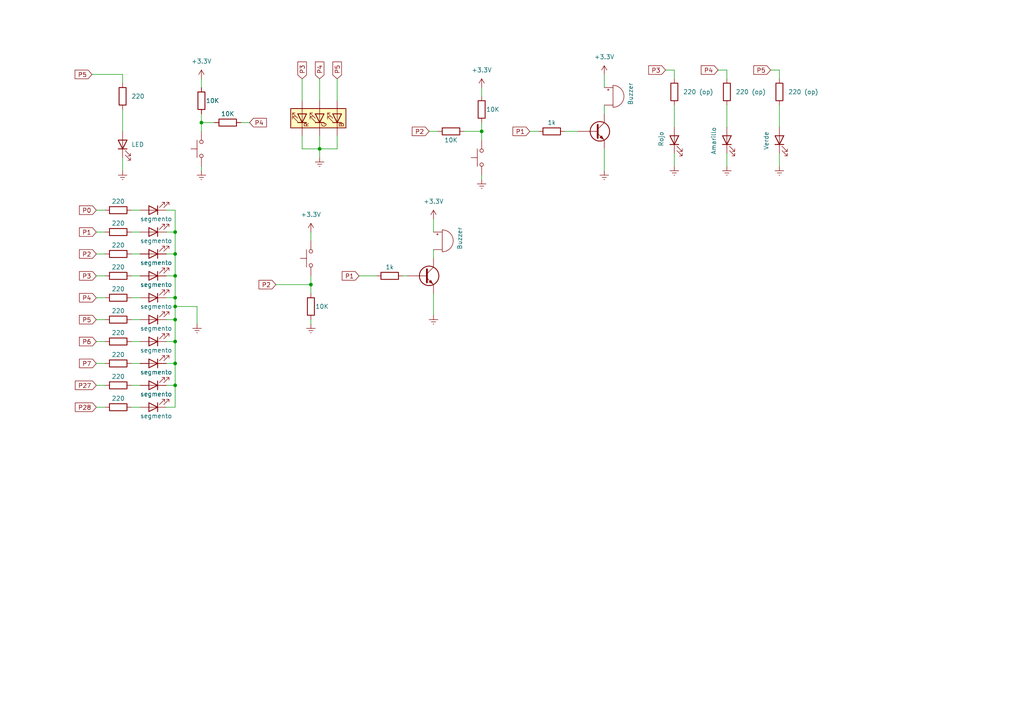
<source format=kicad_sch>
(kicad_sch (version 20211123) (generator eeschema)
  (paper "A4")
  (lib_symbols
    (symbol "Buzzer_1" (pin_numbers hide) (pin_names (offset 0.0254) hide)
      (property "Reference" "BZ" (at 3.81 1.27 0))
      (property "Value" "Buzzer_1" (at 3.81 -1.27 0))
      (symbol "Buzzer_1_0_1"
        (arc (start 0 -3.175) (mid 3.175 0) (end 0 3.175))
        (polyline (pts (xy -1.651 1.905) (xy -1.143 1.905)))
        (polyline (pts (xy -1.397 2.159) (xy -1.397 1.651)))
        (polyline (pts (xy 0 3.175) (xy 0 -3.175)))
      )
      (symbol "Buzzer_1_1_1"
        (pin passive line (at -2.54 2.54 0) (length 2.54) (name "-") (number "1"))
        (pin passive line (at -2.54 -2.54 0) (length 2.54) (name "+") (number "2"))
      )
    )
    (symbol "Device:LED" (pin_numbers hide) (pin_names (offset 1.016) hide)
      (property "Reference" "D" (at 0 2.54 0))
      (property "Value" "LED" (at 0 -2.54 0))
      (symbol "LED_0_1"
        (polyline (pts (xy -1.27 -1.27) (xy -1.27 1.27)) (stroke (width 0.254)))
        (polyline (pts (xy -1.27 0) (xy 1.27 0)))
        (polyline (pts (xy 1.27 -1.27) (xy 1.27 1.27) (xy -1.27 0) (xy 1.27 -1.27)) (stroke (width 0.254)))
        (polyline (pts (xy -3.048 -0.762) (xy -4.572 -2.286) (xy -3.81 -2.286) (xy -4.572 -2.286) (xy -4.572 -1.524)))
        (polyline (pts (xy -1.778 -0.762) (xy -3.302 -2.286) (xy -2.54 -2.286) (xy -3.302 -2.286) (xy -3.302 -1.524)))
      )
      (symbol "LED_1_1"
        (pin passive line (at -3.81 0 0) (length 2.54) (name "K") (number "1"))
        (pin passive line (at 3.81 0 180) (length 2.54) (name "A") (number "2"))
      )
    )
    (symbol "Device:LED_RGB" (pin_numbers hide) (pin_names (offset 0) hide)
      (property "Reference" "D" (at 0 9.398 0))
      (property "Value" "LED_RGB" (at 0 -8.89 0))
      (symbol "LED_RGB_0_0"
        (text "B" (at -1.905 -6.35 0) (effects (font (size 1.27 1.27))))
        (text "G" (at -1.905 -1.27 0) (effects (font (size 1.27 1.27))))
        (text "R" (at -1.905 3.81 0) (effects (font (size 1.27 1.27))))
      )
      (symbol "LED_RGB_0_1"
        (polyline (pts (xy -1.27 -5.08) (xy -2.54 -5.08)))
        (polyline (pts (xy -1.27 -5.08) (xy 1.27 -5.08)))
        (polyline (pts (xy -1.27 -3.81) (xy -1.27 -6.35)) (stroke (width 0.254)))
        (polyline (pts (xy -1.27 0) (xy -2.54 0)))
        (polyline (pts (xy -1.27 1.27) (xy -1.27 -1.27)) (stroke (width 0.254)))
        (polyline (pts (xy -1.27 5.08) (xy -2.54 5.08)))
        (polyline (pts (xy -1.27 5.08) (xy 1.27 5.08)))
        (polyline (pts (xy -1.27 6.35) (xy -1.27 3.81)) (stroke (width 0.254)))
        (polyline (pts (xy 1.27 -5.08) (xy 2.54 -5.08)))
        (polyline (pts (xy 1.27 0) (xy -1.27 0)))
        (polyline (pts (xy 1.27 0) (xy 2.54 0)))
        (polyline (pts (xy 1.27 5.08) (xy 2.54 5.08)))
        (polyline (pts (xy -1.27 1.27) (xy -1.27 -1.27) (xy -1.27 -1.27)))
        (polyline (pts (xy -1.27 6.35) (xy -1.27 3.81) (xy -1.27 3.81)))
        (polyline (pts (xy 1.27 -3.81) (xy 1.27 -6.35) (xy -1.27 -5.08) (xy 1.27 -3.81)) (stroke (width 0.254)))
        (polyline (pts (xy 1.27 1.27) (xy 1.27 -1.27) (xy -1.27 0) (xy 1.27 1.27)) (stroke (width 0.254)))
        (polyline (pts (xy 1.27 6.35) (xy 1.27 3.81) (xy -1.27 5.08) (xy 1.27 6.35)) (stroke (width 0.254)))
        (polyline (pts (xy -1.016 -3.81) (xy 0.508 -2.286) (xy -0.254 -2.286) (xy 0.508 -2.286) (xy 0.508 -3.048)))
        (polyline (pts (xy -1.016 1.27) (xy 0.508 2.794) (xy -0.254 2.794) (xy 0.508 2.794) (xy 0.508 2.032)))
        (polyline (pts (xy -1.016 6.35) (xy 0.508 7.874) (xy -0.254 7.874) (xy 0.508 7.874) (xy 0.508 7.112)))
        (polyline (pts (xy 0 -3.81) (xy 1.524 -2.286) (xy 0.762 -2.286) (xy 1.524 -2.286) (xy 1.524 -3.048)))
        (polyline (pts (xy 0 1.27) (xy 1.524 2.794) (xy 0.762 2.794) (xy 1.524 2.794) (xy 1.524 2.032)))
        (polyline (pts (xy 0 6.35) (xy 1.524 7.874) (xy 0.762 7.874) (xy 1.524 7.874) (xy 1.524 7.112)))
        (rectangle (start 1.27 -1.27) (end 1.27 1.27))
        (rectangle (start 1.27 1.27) (end 1.27 1.27))
        (rectangle (start 1.27 3.81) (end 1.27 6.35))
        (rectangle (start 1.27 6.35) (end 1.27 6.35))
        (rectangle (start 2.794 8.382) (end -2.794 -7.62) (stroke (width 0.254)) (fill (type background)))
      )
      (symbol "LED_RGB_1_1"
        (pin passive line (at -5.08 5.08 0) (length 2.54) (name "RK") (number "1"))
        (pin passive line (at -5.08 0 0) (length 2.54) (name "GK") (number "2"))
        (pin passive line (at -5.08 -5.08 0) (length 2.54) (name "BK") (number "3"))
        (pin passive line (at 5.08 -5.08 180) (length 2.54) (name "BA") (number "4"))
        (pin passive line (at 5.08 0 180) (length 2.54) (name "GA") (number "5"))
        (pin passive line (at 5.08 5.08 180) (length 2.54) (name "RA") (number "6"))
      )
    )
    (symbol "Device:Q_NPN_BCE" (pin_numbers hide) (pin_names (offset 0) hide)
      (property "Reference" "Q" (at 5.08 1.27 0))
      (property "Value" "Q_NPN_BCE" (at 5.08 -1.27 0))
      (symbol "Q_NPN_BCE_0_1"
        (polyline (pts (xy 0.635 0.635) (xy 2.54 2.54)))
        (polyline (pts (xy 0.635 -0.635) (xy 2.54 -2.54) (xy 2.54 -2.54)))
        (polyline (pts (xy 0.635 1.905) (xy 0.635 -1.905) (xy 0.635 -1.905)) (stroke (width 0.508)))
        (polyline (pts (xy 1.27 -1.778) (xy 1.778 -1.27) (xy 2.286 -2.286) (xy 1.27 -1.778) (xy 1.27 -1.778)) (fill (type outline)))
        (circle (center 1.27 0) (radius 2.8194) (stroke (width 0.254)))
      )
      (symbol "Q_NPN_BCE_1_1"
        (pin input line (at -5.08 0 0) (length 5.715) (name "B") (number "1"))
        (pin passive line (at 2.54 5.08 270) (length 2.54) (name "C") (number "2"))
        (pin passive line (at 2.54 -5.08 90) (length 2.54) (name "E") (number "3"))
      )
    )
    (symbol "Device:R" (pin_numbers hide) (pin_names (offset 0))
      (property "Reference" "R" (at 2.032 0 90))
      (property "Value" "R" (at 0 0 90))
      (symbol "R_0_1"
        (rectangle (start -1.016 -2.54) (end 1.016 2.54) (stroke (width 0.254)))
      )
      (symbol "R_1_1"
        (pin passive line (at 0 3.81 270) (length 1.27) (name "~") (number "1"))
        (pin passive line (at 0 -3.81 90) (length 1.27) (name "~") (number "2"))
      )
    )
    (symbol "Switch:SW_Push" (pin_numbers hide) (pin_names (offset 1.016) hide)
      (property "Reference" "SW" (at 1.27 2.54 0))
      (property "Value" "SW_Push" (at 0 -1.524 0))
      (symbol "SW_Push_0_1"
        (circle (center -2.032 0) (radius 0.508))
        (polyline (pts (xy 0 1.27) (xy 0 3.048)))
        (polyline (pts (xy 2.54 1.27) (xy -2.54 1.27)))
        (circle (center 2.032 0) (radius 0.508))
        (pin passive line (at -5.08 0 0) (length 2.54) (name "1") (number "1"))
        (pin passive line (at 5.08 0 180) (length 2.54) (name "2") (number "2"))
      )
    )
    (symbol "power:+3.3V" (power) (pin_names (offset 0))
      (property "Value" "+3.3V" (at 0 3.556 0))
      (symbol "+3.3V_0_1"
        (polyline (pts (xy -0.762 1.27) (xy 0 2.54)))
        (polyline (pts (xy 0 0) (xy 0 2.54)))
        (polyline (pts (xy 0 2.54) (xy 0.762 1.27)))
      )
      (symbol "+3.3V_1_1"
        (pin power_in line (at 0 0 90) (length 0) hide (name "+3.3V") (number "1"))
      )
    )
    (symbol "power:Earth" (power) (pin_names (offset 0))
      (symbol "Earth_0_1"
        (polyline (pts (xy -0.635 -1.905) (xy 0.635 -1.905)))
        (polyline (pts (xy -0.127 -2.54) (xy 0.127 -2.54)))
        (polyline (pts (xy 0 -1.27) (xy 0 0)))
        (polyline (pts (xy 1.27 -1.27) (xy -1.27 -1.27)))
      )
      (symbol "Earth_1_1"
        (pin power_in line (at 0 0 270) (length 0) hide (name "Earth") (number "1"))
      )
    )
  )
  (junction (at 50.8 80.01))
  (junction (at 50.8 88.9))
  (junction (at 92.71 43.18))
  (junction (at 50.8 67.31))
  (junction (at 90.17 82.55))
  (junction (at 139.7 38.1))
  (junction (at 50.8 73.66))
  (junction (at 58.42 35.56))
  (junction (at 50.8 92.71))
  (junction (at 50.8 111.76))
  (junction (at 50.8 86.36))
  (junction (at 50.8 99.06))
  (junction (at 50.8 105.41))
  (wire (pts (xy 38.1 118.11) (xy 40.64 118.11)))
  (wire (pts (xy 38.1 60.96) (xy 40.64 60.96)))
  (wire (pts (xy 35.56 31.75) (xy 35.56 38.1)))
  (wire (pts (xy 92.71 43.18) (xy 92.71 45.72)))
  (wire (pts (xy 38.1 99.06) (xy 40.64 99.06)))
  (wire (pts (xy 57.15 88.9) (xy 50.8 88.9)))
  (wire (pts (xy 27.94 73.66) (xy 30.48 73.66)))
  (wire (pts (xy 139.7 35.56) (xy 139.7 38.1)))
  (wire (pts (xy 38.1 80.01) (xy 40.64 80.01)))
  (wire (pts (xy 58.42 35.56) (xy 62.23 35.56)))
  (wire (pts (xy 26.67 21.59) (xy 35.56 21.59)))
  (wire (pts (xy 48.26 118.11) (xy 50.8 118.11)))
  (wire (pts (xy 80.01 82.55) (xy 90.17 82.55)))
  (wire (pts (xy 87.63 39.37) (xy 87.63 43.18)))
  (wire (pts (xy 48.26 111.76) (xy 50.8 111.76)))
  (wire (pts (xy 38.1 105.41) (xy 40.64 105.41)))
  (wire (pts (xy 27.94 105.41) (xy 30.48 105.41)))
  (wire (pts (xy 69.85 35.56) (xy 72.39 35.56)))
  (wire (pts (xy 195.58 30.48) (xy 195.58 36.83)))
  (wire (pts (xy 223.52 20.32) (xy 226.06 20.32)))
  (wire (pts (xy 90.17 82.55) (xy 90.17 85.09)))
  (wire (pts (xy 50.8 111.76) (xy 50.8 118.11)))
  (wire (pts (xy 90.17 80.01) (xy 90.17 82.55)))
  (wire (pts (xy 38.1 73.66) (xy 40.64 73.66)))
  (wire (pts (xy 175.26 30.48) (xy 175.26 33.02)))
  (wire (pts (xy 125.73 85.09) (xy 125.73 91.44)))
  (wire (pts (xy 97.79 43.18) (xy 92.71 43.18)))
  (wire (pts (xy 48.26 80.01) (xy 50.8 80.01)))
  (wire (pts (xy 210.82 20.32) (xy 210.82 22.86)))
  (wire (pts (xy 27.94 67.31) (xy 30.48 67.31)))
  (wire (pts (xy 139.7 25.4) (xy 139.7 27.94)))
  (wire (pts (xy 226.06 44.45) (xy 226.06 48.26)))
  (wire (pts (xy 48.26 105.41) (xy 50.8 105.41)))
  (wire (pts (xy 87.63 22.86) (xy 87.63 29.21)))
  (wire (pts (xy 90.17 67.31) (xy 90.17 69.85)))
  (wire (pts (xy 50.8 67.31) (xy 50.8 73.66)))
  (wire (pts (xy 153.67 38.1) (xy 156.21 38.1)))
  (wire (pts (xy 104.14 80.01) (xy 109.22 80.01)))
  (wire (pts (xy 193.04 20.32) (xy 195.58 20.32)))
  (wire (pts (xy 48.26 99.06) (xy 50.8 99.06)))
  (wire (pts (xy 48.26 60.96) (xy 50.8 60.96)))
  (wire (pts (xy 48.26 73.66) (xy 50.8 73.66)))
  (wire (pts (xy 58.42 33.02) (xy 58.42 35.56)))
  (wire (pts (xy 226.06 20.32) (xy 226.06 22.86)))
  (wire (pts (xy 48.26 86.36) (xy 50.8 86.36)))
  (wire (pts (xy 50.8 99.06) (xy 50.8 105.41)))
  (wire (pts (xy 35.56 21.59) (xy 35.56 24.13)))
  (wire (pts (xy 127 38.1) (xy 124.46 38.1)))
  (wire (pts (xy 195.58 44.45) (xy 195.58 48.26)))
  (wire (pts (xy 175.26 43.18) (xy 175.26 49.53)))
  (wire (pts (xy 38.1 86.36) (xy 40.64 86.36)))
  (wire (pts (xy 27.94 118.11) (xy 30.48 118.11)))
  (wire (pts (xy 38.1 67.31) (xy 40.64 67.31)))
  (wire (pts (xy 210.82 30.48) (xy 210.82 36.83)))
  (wire (pts (xy 97.79 22.86) (xy 97.79 29.21)))
  (wire (pts (xy 50.8 80.01) (xy 50.8 86.36)))
  (wire (pts (xy 35.56 45.72) (xy 35.56 49.53)))
  (wire (pts (xy 175.26 21.59) (xy 175.26 25.4)))
  (wire (pts (xy 27.94 99.06) (xy 30.48 99.06)))
  (wire (pts (xy 27.94 60.96) (xy 30.48 60.96)))
  (wire (pts (xy 139.7 50.8) (xy 139.7 52.07)))
  (wire (pts (xy 57.15 93.98) (xy 57.15 88.9)))
  (wire (pts (xy 27.94 111.76) (xy 30.48 111.76)))
  (wire (pts (xy 27.94 92.71) (xy 30.48 92.71)))
  (wire (pts (xy 58.42 48.26) (xy 58.42 49.53)))
  (wire (pts (xy 50.8 88.9) (xy 50.8 92.71)))
  (wire (pts (xy 163.83 38.1) (xy 167.64 38.1)))
  (wire (pts (xy 139.7 38.1) (xy 139.7 40.64)))
  (wire (pts (xy 50.8 73.66) (xy 50.8 80.01)))
  (wire (pts (xy 50.8 92.71) (xy 50.8 99.06)))
  (wire (pts (xy 92.71 39.37) (xy 92.71 43.18)))
  (wire (pts (xy 50.8 60.96) (xy 50.8 67.31)))
  (wire (pts (xy 92.71 22.86) (xy 92.71 29.21)))
  (wire (pts (xy 208.28 20.32) (xy 210.82 20.32)))
  (wire (pts (xy 90.17 92.71) (xy 90.17 93.98)))
  (wire (pts (xy 50.8 86.36) (xy 50.8 88.9)))
  (wire (pts (xy 38.1 111.76) (xy 40.64 111.76)))
  (wire (pts (xy 97.79 39.37) (xy 97.79 43.18)))
  (wire (pts (xy 27.94 86.36) (xy 30.48 86.36)))
  (wire (pts (xy 125.73 63.5) (xy 125.73 67.31)))
  (wire (pts (xy 116.84 80.01) (xy 118.11 80.01)))
  (wire (pts (xy 87.63 43.18) (xy 92.71 43.18)))
  (wire (pts (xy 195.58 20.32) (xy 195.58 22.86)))
  (wire (pts (xy 58.42 35.56) (xy 58.42 38.1)))
  (wire (pts (xy 210.82 44.45) (xy 210.82 48.26)))
  (wire (pts (xy 125.73 72.39) (xy 125.73 74.93)))
  (wire (pts (xy 58.42 22.86) (xy 58.42 25.4)))
  (wire (pts (xy 27.94 80.01) (xy 30.48 80.01)))
  (wire (pts (xy 48.26 92.71) (xy 50.8 92.71)))
  (wire (pts (xy 50.8 105.41) (xy 50.8 111.76)))
  (wire (pts (xy 38.1 92.71) (xy 40.64 92.71)))
  (wire (pts (xy 48.26 67.31) (xy 50.8 67.31)))
  (wire (pts (xy 226.06 30.48) (xy 226.06 36.83)))
  (wire (pts (xy 134.62 38.1) (xy 139.7 38.1)))
  (global_label "P3" (shape input) (at 87.63 22.86 90) (property "Referencias entre hojas" "${INTERSHEET_REFS}" (effects hide)))
  (global_label "P4" (shape input) (at 92.71 22.86 90) (property "Referencias entre hojas" "${INTERSHEET_REFS}" (effects hide)))
  (global_label "P4" (shape input) (at 27.94 86.36 180) (property "Referencias entre hojas" "${INTERSHEET_REFS}" (effects hide)))
  (global_label "P7" (shape input) (at 27.94 105.41 180) (property "Referencias entre hojas" "${INTERSHEET_REFS}" (effects hide)))
  (global_label "P3" (shape input) (at 193.04 20.32 180) (property "Referencias entre hojas" "${INTERSHEET_REFS}" (effects hide)))
  (global_label "P2" (shape input) (at 124.46 38.1 180) (property "Referencias entre hojas" "${INTERSHEET_REFS}" (effects hide)))
  (global_label "P28" (shape input) (at 27.94 118.11 180) (property "Referencias entre hojas" "${INTERSHEET_REFS}" (effects hide)))
  (global_label "P5" (shape input) (at 26.67 21.59 180) (property "Referencias entre hojas" "${INTERSHEET_REFS}" (effects hide)))
  (global_label "P1" (shape input) (at 104.14 80.01 180) (property "Referencias entre hojas" "${INTERSHEET_REFS}" (effects hide)))
  (global_label "P1" (shape input) (at 27.94 67.31 180) (property "Referencias entre hojas" "${INTERSHEET_REFS}" (effects hide)))
  (global_label "P0" (shape input) (at 27.94 60.96 180) (property "Referencias entre hojas" "${INTERSHEET_REFS}" (effects hide)))
  (global_label "P27" (shape input) (at 27.94 111.76 180) (property "Referencias entre hojas" "${INTERSHEET_REFS}" (effects hide)))
  (global_label "P1" (shape input) (at 153.67 38.1 180) (property "Referencias entre hojas" "${INTERSHEET_REFS}" (effects hide)))
  (global_label "P4" (shape input) (at 208.28 20.32 180) (property "Referencias entre hojas" "${INTERSHEET_REFS}" (effects hide)))
  (global_label "P4" (shape input) (at 72.39 35.56 0) (property "Referencias entre hojas" "${INTERSHEET_REFS}" (effects hide)))
  (global_label "P5" (shape input) (at 97.79 22.86 90) (property "Referencias entre hojas" "${INTERSHEET_REFS}" (effects hide)))
  (global_label "P5" (shape input) (at 223.52 20.32 180) (property "Referencias entre hojas" "${INTERSHEET_REFS}" (effects hide)))
  (global_label "P6" (shape input) (at 27.94 99.06 180) (property "Referencias entre hojas" "${INTERSHEET_REFS}" (effects hide)))
  (global_label "P5" (shape input) (at 27.94 92.71 180) (property "Referencias entre hojas" "${INTERSHEET_REFS}" (effects hide)))
  (global_label "P2" (shape input) (at 80.01 82.55 180) (property "Referencias entre hojas" "${INTERSHEET_REFS}" (effects hide)))
  (global_label "P3" (shape input) (at 27.94 80.01 180) (property "Referencias entre hojas" "${INTERSHEET_REFS}" (effects hide)))
  (global_label "P2" (shape input) (at 27.94 73.66 180) (property "Referencias entre hojas" "${INTERSHEET_REFS}" (effects hide)))
  (symbol (lib_id "Device:LED") (at 44.45 105.41 180) (unit 1)
    (property "Reference" "D?" (effects hide))
    (property "Value" "segmento" (at 40.64 114.3 0) (effects (justify right)))
  )
  (symbol (lib_id "power:Earth") (at 92.71 45.72 0) (unit 1)
    (property "Reference" "#PWR?" (effects hide))
    (property "Value" "Earth" (effects hide))
  )
  (symbol (lib_id "Device:LED") (at 44.45 86.36 180) (unit 1)
    (property "Reference" "D?" (effects hide))
    (property "Value" "segmento" (at 40.64 88.9 0) (effects (justify right)))
  )
  (symbol (lib_id "Device:R") (at 34.29 92.71 90) (unit 1)
    (property "Reference" "R?" (effects hide))
    (property "Value" "220" (at 34.29 90.17 90))
  )
  (symbol (lib_id "power:Earth") (at 226.06 48.26 0) (unit 1)
    (property "Reference" "#PWR?" (effects hide))
    (property "Value" "Earth" (effects hide))
  )
  (symbol (lib_id "Switch:SW_Push") (at 139.7 45.72 90) (unit 1)
    (property "Reference" "SW?" (effects hide))
    (property "Value" "SW_Push" (effects hide))
  )
  (symbol (lib_id "Device:R") (at 35.56 27.94 0) (unit 1)
    (property "Reference" "R?" (effects hide))
    (property "Value" "220" (at 38.1 27.9399 0) (effects (justify left)))
  )
  (symbol (lib_id "power:+3.3V") (at 139.7 25.4 0) (unit 1)
    (property "Reference" "#PWR?" (effects hide))
    (property "Value" "+3.3V" (at 139.7 20.32 0))
  )
  (symbol (lib_id "power:Earth") (at 35.56 49.53 0) (unit 1)
    (property "Reference" "#PWR?" (effects hide))
    (property "Value" "Earth" (effects hide))
  )
  (symbol (lib_id "Switch:SW_Push") (at 58.42 43.18 90) (unit 1)
    (property "Reference" "SW?" (effects hide))
    (property "Value" "SW_Push" (effects hide))
  )
  (symbol (lib_id "Device:LED") (at 44.45 73.66 180) (unit 1)
    (property "Reference" "D?" (effects hide))
    (property "Value" "segmento" (at 40.64 82.55 0) (effects (justify right)))
  )
  (symbol (lib_id "Device:LED") (at 210.82 40.64 90) (unit 1)
    (property "Reference" "D?" (effects hide))
    (property "Value" "Amarillo" (at 207.01 36.83 0) (effects (justify right)))
  )
  (symbol (lib_id "power:Earth") (at 125.73 91.44 0) (unit 1)
    (property "Reference" "#PWR?" (effects hide))
    (property "Value" "Earth" (effects hide))
  )
  (symbol (lib_id "Device:R") (at 34.29 73.66 90) (unit 1)
    (property "Reference" "R?" (effects hide))
    (property "Value" "220" (at 34.29 71.12 90))
  )
  (symbol (lib_id "Device:LED") (at 44.45 80.01 180) (unit 1)
    (property "Reference" "D?" (effects hide))
    (property "Value" "segmento" (at 40.64 76.2 0) (effects (justify right)))
  )
  (symbol (lib_id "Device:R") (at 34.29 99.06 90) (unit 1)
    (property "Reference" "R?" (effects hide))
    (property "Value" "220" (at 34.29 96.52 90))
  )
  (symbol (lib_id "power:Earth") (at 195.58 48.26 0) (unit 1)
    (property "Reference" "#PWR?" (effects hide))
    (property "Value" "Earth" (effects hide))
  )
  (symbol (lib_id "Device:R") (at 226.06 26.67 0) (unit 1)
    (property "Reference" "R?" (effects hide))
    (property "Value" "220 (op)" (at 228.6 26.6699 0) (effects (justify left)))
  )
  (symbol (lib_name "Buzzer_1") (lib_id "Device:Buzzer") (at 128.27 69.85 0) (unit 1)
    (property "Reference" "BZ?" (effects hide))
    (property "Value" "Buzzer" (at 133.35 72.39 90) (effects (justify left)))
  )
  (symbol (lib_id "Device:LED") (at 44.45 60.96 180) (unit 1)
    (property "Reference" "D?" (effects hide))
    (property "Value" "segmento" (at 40.64 63.5 0) (effects (justify right)))
  )
  (symbol (lib_id "power:+3.3V") (at 125.73 63.5 0) (unit 1)
    (property "Reference" "#PWR?" (effects hide))
    (property "Value" "+3.3V" (at 125.73 58.42 0))
  )
  (symbol (lib_id "power:Earth") (at 210.82 48.26 0) (unit 1)
    (property "Reference" "#PWR?" (effects hide))
    (property "Value" "Earth" (effects hide))
  )
  (symbol (lib_id "Device:R") (at 139.7 31.75 0) (unit 1)
    (property "Reference" "R?" (effects hide))
    (property "Value" "10K" (at 140.97 31.75 0) (effects (justify left)))
  )
  (symbol (lib_id "Device:R") (at 90.17 88.9 0) (unit 1)
    (property "Reference" "R?" (effects hide))
    (property "Value" "10K" (at 91.44 88.9 0) (effects (justify left)))
  )
  (symbol (lib_id "Device:R") (at 34.29 80.01 90) (unit 1)
    (property "Reference" "R?" (effects hide))
    (property "Value" "220" (at 34.29 77.47 90))
  )
  (symbol (lib_id "Device:LED") (at 226.06 40.64 90) (unit 1)
    (property "Reference" "D?" (effects hide))
    (property "Value" "Verde" (at 222.25 38.1 0) (effects (justify right)))
  )
  (symbol (lib_id "power:Earth") (at 175.26 49.53 0) (unit 1)
    (property "Reference" "#PWR?" (effects hide))
    (property "Value" "Earth" (effects hide))
  )
  (symbol (lib_id "Device:R") (at 34.29 67.31 90) (unit 1)
    (property "Reference" "R?" (effects hide))
    (property "Value" "220" (at 34.29 64.77 90))
  )
  (symbol (lib_id "Device:R") (at 34.29 105.41 90) (unit 1)
    (property "Reference" "R?" (effects hide))
    (property "Value" "220" (at 34.29 102.87 90))
  )
  (symbol (lib_id "Device:LED") (at 195.58 40.64 90) (unit 1)
    (property "Reference" "D?" (effects hide))
    (property "Value" "Rojo" (at 191.77 38.1 0) (effects (justify right)))
  )
  (symbol (lib_id "Device:R") (at 58.42 29.21 0) (unit 1)
    (property "Reference" "R?" (effects hide))
    (property "Value" "10K" (at 59.69 29.21 0) (effects (justify left)))
  )
  (symbol (lib_id "Device:R") (at 34.29 86.36 90) (unit 1)
    (property "Reference" "R?" (effects hide))
    (property "Value" "220" (at 34.29 83.82 90))
  )
  (symbol (lib_id "Device:R") (at 34.29 111.76 90) (unit 1)
    (property "Reference" "R?" (effects hide))
    (property "Value" "220" (at 34.29 109.22 90))
  )
  (symbol (lib_id "Device:R") (at 195.58 26.67 0) (unit 1)
    (property "Reference" "R?" (effects hide))
    (property "Value" "220 (op)" (at 198.12 26.6699 0) (effects (justify left)))
  )
  (symbol (lib_id "power:+3.3V") (at 90.17 67.31 0) (unit 1)
    (property "Reference" "#PWR?" (effects hide))
    (property "Value" "+3.3V" (at 90.17 62.23 0))
  )
  (symbol (lib_id "Switch:SW_Push") (at 90.17 74.93 90) (unit 1)
    (property "Reference" "SW?" (effects hide))
    (property "Value" "SW_Push" (effects hide))
  )
  (symbol (lib_id "Device:LED_RGB") (at 92.71 34.29 90) (unit 1)
    (property "Reference" "D?" (effects hide))
    (property "Value" "LED_RGB" (effects hide))
  )
  (symbol (lib_id "Device:LED") (at 44.45 92.71 180) (unit 1)
    (property "Reference" "D?" (effects hide))
    (property "Value" "segmento" (at 40.64 95.25 0) (effects (justify right)))
  )
  (symbol (lib_id "Device:LED") (at 44.45 111.76 180) (unit 1)
    (property "Reference" "D?" (effects hide))
    (property "Value" "segmento" (at 40.64 107.95 0) (effects (justify right)))
  )
  (symbol (lib_id "Device:LED") (at 44.45 99.06 180) (unit 1)
    (property "Reference" "D?" (effects hide))
    (property "Value" "segmento" (at 40.64 101.6 0) (effects (justify right)))
  )
  (symbol (lib_id "power:Earth") (at 57.15 93.98 0) (unit 1)
    (property "Reference" "#PWR?" (effects hide))
    (property "Value" "Earth" (effects hide))
  )
  (symbol (lib_id "power:+3.3V") (at 58.42 22.86 0) (unit 1)
    (property "Reference" "#PWR?" (effects hide))
    (property "Value" "+3.3V" (at 58.42 17.78 0))
  )
  (symbol (lib_id "Device:R") (at 34.29 60.96 90) (unit 1)
    (property "Reference" "R?" (effects hide))
    (property "Value" "220" (at 34.29 58.42 90))
  )
  (symbol (lib_id "Device:R") (at 130.81 38.1 270) (unit 1)
    (property "Reference" "R?" (effects hide))
    (property "Value" "10K" (at 130.81 40.64 90))
  )
  (symbol (lib_id "Device:LED") (at 44.45 118.11 180) (unit 1)
    (property "Reference" "D?" (effects hide))
    (property "Value" "segmento" (at 40.64 120.65 0) (effects (justify right)))
  )
  (symbol (lib_id "Device:LED") (at 44.45 67.31 180) (unit 1)
    (property "Reference" "D?" (effects hide))
    (property "Value" "segmento" (at 40.64 69.85 0) (effects (justify right)))
  )
  (symbol (lib_id "power:Earth") (at 58.42 49.53 0) (unit 1)
    (property "Reference" "#PWR?" (effects hide))
    (property "Value" "Earth" (effects hide))
  )
  (symbol (lib_id "power:Earth") (at 139.7 52.07 0) (unit 1)
    (property "Reference" "#PWR?" (effects hide))
    (property "Value" "Earth" (effects hide))
  )
  (symbol (lib_name "Buzzer_1") (lib_id "Device:Buzzer") (at 177.8 27.94 0) (unit 1)
    (property "Reference" "BZ?" (effects hide))
    (property "Value" "Buzzer" (at 182.88 30.48 90) (effects (justify left)))
  )
  (symbol (lib_id "Device:R") (at 210.82 26.67 0) (unit 1)
    (property "Reference" "R?" (effects hide))
    (property "Value" "220 (op)" (at 213.36 26.6699 0) (effects (justify left)))
  )
  (symbol (lib_id "Device:R") (at 113.03 80.01 90) (unit 1)
    (property "Reference" "R?" (effects hide))
    (property "Value" "1k" (at 113.03 77.47 90))
  )
  (symbol (lib_id "Device:R") (at 160.02 38.1 90) (unit 1)
    (property "Reference" "R?" (effects hide))
    (property "Value" "1k" (at 160.02 35.56 90))
  )
  (symbol (lib_id "Device:R") (at 66.04 35.56 90) (unit 1)
    (property "Reference" "R?" (effects hide))
    (property "Value" "10K" (at 66.04 33.02 90))
  )
  (symbol (lib_id "Device:Q_NPN_BCE") (at 172.72 38.1 0) (unit 1)
    (property "Reference" "Q?" (effects hide))
    (property "Value" "Q_NPN_BCE" (effects hide))
  )
  (symbol (lib_id "Device:R") (at 34.29 118.11 90) (unit 1)
    (property "Reference" "R?" (effects hide))
    (property "Value" "220" (at 34.29 115.57 90))
  )
  (symbol (lib_id "Device:LED") (at 35.56 41.91 90) (unit 1)
    (property "Reference" "D?" (effects hide))
    (property "Value" "LED" (at 38.1 41.91 90) (effects (justify right)))
  )
  (symbol (lib_id "power:Earth") (at 90.17 93.98 0) (unit 1)
    (property "Reference" "#PWR?" (effects hide))
    (property "Value" "Earth" (effects hide))
  )
  (symbol (lib_id "Device:Q_NPN_BCE") (at 123.19 80.01 0) (unit 1)
    (property "Reference" "Q?" (effects hide))
    (property "Value" "Q_NPN_BCE" (effects hide))
  )
  (symbol (lib_id "power:+3.3V") (at 175.26 21.59 0) (unit 1)
    (property "Reference" "#PWR?" (effects hide))
    (property "Value" "+3.3V" (at 175.26 16.51 0))
  )
)
</source>
